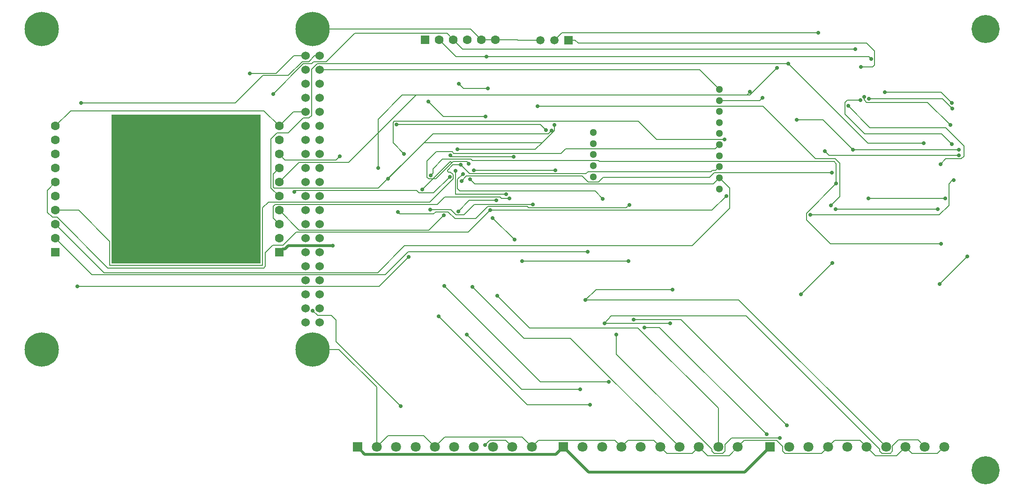
<source format=gbl>
G04*
G04 #@! TF.GenerationSoftware,Altium Limited,Altium Designer,20.0.13 (296)*
G04*
G04 Layer_Physical_Order=2*
G04 Layer_Color=16711680*
%FSLAX25Y25*%
%MOIN*%
G70*
G01*
G75*
%ADD85C,0.00800*%
%ADD86C,0.02000*%
%ADD87C,0.06000*%
%ADD88C,0.24410*%
%ADD89C,0.20000*%
%ADD90R,1.06299X1.06299*%
%ADD91C,0.06299*%
%ADD92R,0.06299X0.06299*%
%ADD93R,0.05906X0.05906*%
%ADD94C,0.05906*%
%ADD95R,0.06299X0.06299*%
%ADD96R,0.07087X0.07087*%
%ADD97C,0.07087*%
%ADD98C,0.05118*%
%ADD99C,0.02756*%
D85*
X503950Y242139D02*
X511411Y249600D01*
X503950Y242139D02*
X503962Y242126D01*
X511411Y249600D02*
X566000D01*
X612992Y242126D02*
X717717Y137402D01*
X503962Y242126D02*
X612992D01*
X621000Y388200D02*
X640354Y407554D01*
X618800Y388200D02*
X621000D01*
X373700D02*
X383600D01*
X356400Y361000D02*
X383600Y388200D01*
X335500Y340100D02*
X356400Y361000D01*
Y370900D01*
Y336000D02*
Y361000D01*
X408856Y339856D02*
X409856Y340856D01*
X397400Y328400D02*
X408856Y339856D01*
X395400Y328400D02*
X407856Y340856D01*
X387900Y320900D02*
X395400Y328400D01*
X397400D01*
X392522D02*
X395400D01*
X415122Y338378D02*
X421522Y331978D01*
X480917Y361917D02*
X481900Y362900D01*
X473100Y354100D02*
X480917Y361917D01*
X468300Y349300D02*
X473100Y354100D01*
X356600Y321700D02*
X395422Y360522D01*
X433600Y415600D02*
X705400D01*
X657100Y246100D02*
X679504Y268504D01*
X392700Y291900D02*
X403200Y302400D01*
X300187Y291900D02*
X392700D01*
X286087Y306000D02*
X300187Y291900D01*
X311300Y416000D02*
X315000D01*
X307200Y411900D02*
X311300Y416000D01*
X302600Y411900D02*
X307200D01*
X292700Y402000D02*
X302600Y411900D01*
X274400Y402000D02*
X292700D01*
X254900Y382500D02*
X274400Y402000D01*
X145200Y382500D02*
X254900D01*
X310000Y234600D02*
X313600Y231000D01*
X323200D01*
X326500Y227700D01*
Y212500D02*
Y227700D01*
Y212500D02*
X372500Y166500D01*
X648150Y410400D02*
X704850Y353700D01*
X744600D01*
X356400Y370900D02*
X373700Y388200D01*
X618800D02*
X621000Y390400D01*
X383600Y388200D02*
X618800D01*
X300187Y340100D02*
X335500D01*
X286087Y326000D02*
X300187Y340100D01*
X296087Y376000D02*
X305000D01*
X286087Y366000D02*
X296087Y376000D01*
X557087Y137402D02*
X561788Y132700D01*
X579944D01*
X584646Y137402D01*
X552388Y142100D02*
X557087Y137402D01*
X534226Y142100D02*
X552388D01*
X529528Y137402D02*
X534226Y142100D01*
X731496Y137402D02*
X736198Y132700D01*
X754354D01*
X759055Y137402D01*
X699239Y142100D02*
X703937Y137402D01*
X681076Y142100D02*
X699239D01*
X676378Y137402D02*
X681076Y142100D01*
X395875Y318375D02*
X407400Y329900D01*
X385439Y318375D02*
X395875D01*
X383714Y320100D02*
X385439Y318375D01*
X297700Y320100D02*
X383714D01*
X296800Y319200D02*
X297700Y320100D01*
X462600Y167500D02*
X507300D01*
X399700Y230400D02*
X462600Y167500D01*
X393661Y306600D02*
X408100D01*
X412000Y302700D01*
X417500D01*
X425000Y310200D01*
X466400D01*
X471861Y183800D02*
X520400D01*
X403661Y252000D02*
X471861Y183800D01*
X423661Y251300D02*
X460061Y214900D01*
X493368D01*
X570866Y137402D01*
X438000Y300400D02*
X453400Y285000D01*
X441300Y245100D02*
X464300Y222100D01*
X541300D01*
X598425Y164975D01*
Y137402D02*
Y164975D01*
X121282Y320211D02*
X127031Y325961D01*
X121282Y304518D02*
Y320211D01*
Y304518D02*
X124800Y301000D01*
X128200D01*
X164300Y264900D01*
X275200D01*
X276300Y266000D01*
Y275700D01*
X281600Y281000D01*
X288900D01*
X298272Y290372D01*
X420572D01*
X436200Y306000D01*
X407856Y340856D02*
X408856Y339856D01*
X357200Y251900D02*
X378100Y272800D01*
X142400Y251900D02*
X357200D01*
X419422Y340856D02*
X421000Y339278D01*
X409856Y340856D02*
X419422D01*
X391322Y329600D02*
X392522Y328400D01*
X391322Y329600D02*
Y341022D01*
X397978Y347678D01*
X409100D01*
X410278Y346500D01*
X486500D01*
X489800Y349800D01*
X596257D01*
X599213Y352756D01*
X421817Y328000D02*
X425055Y324762D01*
X594841D01*
X599213Y329134D01*
X424400Y334500D02*
X482531D01*
X757107Y360300D02*
X764400Y353007D01*
X702700Y360300D02*
X757107D01*
X688400Y374600D02*
X702700Y360300D01*
X688400Y374600D02*
Y382700D01*
X690100Y384400D01*
X699600D01*
X747207Y382893D02*
X763400Y366700D01*
X704000Y382893D02*
X747207D01*
X702264Y384629D02*
X704000Y382893D01*
X702264Y384629D02*
Y386831D01*
X764800Y327300D02*
X765800D01*
X762400Y324900D02*
X764800Y327300D01*
X762400Y309531D02*
Y324900D01*
X755591Y302722D02*
X762400Y309531D01*
X664023Y302722D02*
X755591D01*
X705100Y314400D02*
X759831D01*
X412878Y327978D02*
X416800Y331900D01*
X412878Y321500D02*
Y327978D01*
Y321500D02*
X414600Y319778D01*
X510720D01*
X516298Y314200D01*
X538100Y228200D02*
X571803D01*
X647203Y152800D01*
X370600Y304900D02*
X372028Y303472D01*
X395995D01*
X397423Y304900D01*
X406258D01*
X411200Y299958D01*
X425758D01*
X434500Y308700D01*
X462529D01*
X463561Y307668D01*
X532868D01*
X535100Y309900D01*
X554400Y356600D02*
X602800D01*
X541500Y369500D02*
X554400Y356600D01*
X368000Y369500D02*
X541500D01*
X367100Y368600D02*
X368000Y369500D01*
X367100Y354000D02*
Y368600D01*
Y354000D02*
X375000Y346100D01*
X740377Y142300D02*
X745276Y137402D01*
X726400Y142300D02*
X740377D01*
X722360Y138260D02*
X726400Y142300D01*
X722360Y134400D02*
Y138260D01*
X720718Y132758D02*
X722360Y134400D01*
X714742Y132758D02*
X720718D01*
X713100Y134400D02*
X714742Y132758D01*
X713100Y134400D02*
Y135800D01*
X618222Y230678D02*
X713100Y135800D01*
X522178Y230678D02*
X618222D01*
X517600Y225500D02*
X522178Y230678D01*
X517600Y225500D02*
X564100D01*
X265200Y403500D02*
X284007D01*
X296507Y416000D01*
X305000D01*
X487124Y432400D02*
X669500D01*
X481890Y427165D02*
X487124Y432400D01*
X471900Y367000D02*
X475900Y363000D01*
X369600Y367000D02*
X471900D01*
X326700Y341900D02*
X329200Y344400D01*
X290187Y341900D02*
X326700D01*
X286087Y346000D02*
X290187Y341900D01*
X481900Y362900D02*
Y366949D01*
X412920Y349300D02*
X468300D01*
X389300Y354100D02*
X473100D01*
X363700Y328500D02*
X389300Y354100D01*
X432500Y138700D02*
X435900Y142100D01*
X447270D01*
X451969Y137402D01*
X477557Y360522D02*
X479935Y362900D01*
X395422Y360522D02*
X477557D01*
X282637Y321700D02*
X356600D01*
X281837Y322500D02*
X282637Y321700D01*
X281837Y322500D02*
Y331750D01*
X286087Y336000D01*
X415761Y326900D02*
X419339Y330478D01*
X501584D01*
X505800Y326262D01*
X513162D01*
X516500Y329600D01*
X592307D01*
X595500Y332793D01*
X679127D01*
X679134Y332800D01*
X678300Y282000D02*
X756900D01*
X661050Y299250D02*
X678300Y282000D01*
X661050Y299250D02*
Y303850D01*
X682300Y325100D01*
X402900Y372800D02*
X432972D01*
X392300Y383400D02*
X402900Y372800D01*
X409843Y427559D02*
X416702Y420700D01*
X695932D01*
X413900Y396200D02*
X417200Y392900D01*
X434700D01*
X281800Y300287D02*
X286087Y296000D01*
X281800Y300287D02*
Y308850D01*
X283200Y310250D01*
X398650D01*
X403978Y315578D01*
X443078D01*
X444135Y314521D01*
X449900D01*
X699705Y408000D02*
X708100D01*
X709700Y409600D01*
Y419300D01*
X704000Y425000D02*
X709700Y419300D01*
X498800Y425000D02*
X704000D01*
X496635Y427165D02*
X498800Y425000D01*
X491890Y427165D02*
X496635D01*
X546000Y222600D02*
X556600D01*
X632800Y146400D01*
X584646Y137402D02*
X590789Y131258D01*
X606061D01*
X612205Y137402D01*
X616903Y142100D01*
X640000D01*
X644176Y137924D01*
Y134400D02*
Y137924D01*
Y134400D02*
X645817Y132758D01*
X671735D01*
X676378Y137402D01*
X608000Y143900D02*
X642321D01*
X603069Y138969D02*
X608000Y143900D01*
X603069Y134400D02*
Y138969D01*
X601427Y132758D02*
X603069Y134400D01*
X595442Y132758D02*
X601427D01*
X593800Y134400D02*
X595442Y132758D01*
X593800Y134400D02*
Y135800D01*
X526000Y203600D02*
X593800Y135800D01*
X526000Y203600D02*
Y217400D01*
X703937Y137402D02*
X710080Y131258D01*
X725353D01*
X731496Y137402D01*
X470000Y380100D02*
X630100D01*
X667500Y342700D01*
X681600D01*
X684800Y339500D01*
Y315800D02*
Y339500D01*
X678400Y309400D02*
X684800Y315800D01*
X681800Y306800D02*
X754700D01*
X672834Y370300D02*
X694134Y349000D01*
X654100Y370300D02*
X672834D01*
X413400Y305200D02*
X421300Y313100D01*
X440600D01*
X594000Y306000D02*
X604100Y316100D01*
X436200Y306000D02*
X594000D01*
X627973Y384252D02*
X629921Y386200D01*
X599213Y384252D02*
X627973D01*
X280337Y321750D02*
X286087Y316000D01*
X280337Y321750D02*
Y356937D01*
X284400Y361000D01*
X292400D01*
X303100Y371700D01*
X307200D01*
X309100Y373600D01*
Y406400D01*
X313100Y410400D01*
X648150D01*
X756000Y253600D02*
X775600Y273200D01*
X419600Y217400D02*
X458400Y178600D01*
X500300D01*
X281800Y388900D02*
X303300Y410400D01*
X309100D01*
X310600Y411900D01*
X319700D01*
X339800Y432000D01*
X405402D01*
X409843Y427559D01*
X127031Y285961D02*
X152892Y260100D01*
X361500D01*
X377800Y276400D01*
X505700D01*
X127031Y305961D02*
X143500D01*
X165700Y283761D01*
Y266700D02*
Y283761D01*
Y266700D02*
X274300D01*
Y307650D01*
X278400Y311750D01*
X393050D01*
X409878Y328578D01*
Y331376D01*
X408000Y333254D02*
X409878Y331376D01*
X406400Y333254D02*
X408000D01*
X405822Y333832D02*
X406400Y333254D01*
X405822Y333832D02*
Y334522D01*
X409600Y338300D01*
X415100D01*
X407800Y345200D02*
X409000Y344000D01*
X452900D01*
X705623Y385600D02*
X757900D01*
X764900Y378600D01*
X694134Y349000D02*
X769678D01*
X716800Y390200D02*
X756900D01*
X764500Y382600D01*
X690900Y380300D02*
X706300Y364900D01*
X760126D01*
X773078Y351948D01*
Y344500D02*
Y351948D01*
X771200Y342622D02*
X773078Y344500D01*
X760222Y342622D02*
X771200D01*
X756500Y338900D02*
X760222Y342622D01*
X677134Y345100D02*
X769600D01*
X674134Y348100D02*
X677134Y345100D01*
X411378Y317600D02*
Y334222D01*
Y317600D02*
X411678Y317300D01*
X447400D01*
X458900Y269700D02*
X534500D01*
X682300Y325100D02*
Y339200D01*
X680800Y340700D02*
X682300Y339200D01*
X513900Y340700D02*
X680800D01*
X513100Y341500D02*
X513900Y340700D01*
X423478Y341500D02*
X513100D01*
X422622Y342356D02*
X423478Y341500D01*
X402327Y342356D02*
X422622D01*
X395400Y335429D02*
X402327Y342356D01*
X395400Y332506D02*
Y335429D01*
X393800Y330906D02*
X395400Y332506D01*
X596498Y334293D02*
X599213Y337008D01*
X594053Y334293D02*
X596498D01*
X593360Y333600D02*
X594053Y334293D01*
X505800Y333600D02*
X593360D01*
X504178Y331978D02*
X505800Y333600D01*
X421522Y331978D02*
X504178D01*
X599213Y329134D02*
X606600Y321746D01*
Y307500D02*
Y321746D01*
X579800Y280700D02*
X606600Y307500D01*
X375139Y280700D02*
X579800D01*
X356039Y261600D02*
X375139Y280700D01*
X161392Y261600D02*
X356039D01*
X127031Y295961D02*
X161392Y261600D01*
X275337Y376750D02*
X286087Y366000D01*
X137820Y376750D02*
X275337D01*
X127031Y365961D02*
X137820Y376750D01*
X399843Y427559D02*
X411802Y415600D01*
X433600D01*
X355512Y137402D02*
Y180015D01*
X328700Y206827D02*
X355512Y180015D01*
X310000Y206827D02*
X328700D01*
X705400Y415600D02*
X707200Y413800D01*
X310000Y435173D02*
X422228D01*
X429843Y427559D01*
X458850Y144300D02*
X465748Y137402D01*
X403749Y144300D02*
X458850D01*
X396850Y137402D02*
X403749Y144300D01*
X315000Y406000D02*
X585339D01*
X599213Y392126D01*
X524829Y142100D02*
X529528Y137402D01*
X470446Y142100D02*
X524829D01*
X465748Y137402D02*
X470446Y142100D01*
X388852Y145400D02*
X396850Y137402D01*
X363510Y145400D02*
X388852D01*
X355512Y137402D02*
X363510Y145400D01*
X455994Y427165D02*
X471890D01*
X455600Y427559D02*
X455994Y427165D01*
X439843Y427559D02*
X455600D01*
X429843D02*
X439843D01*
D86*
X341732Y137402D02*
X347034Y132100D01*
X482887D01*
X488189Y137402D01*
X286087Y276000D02*
X288526Y278440D01*
X290176D01*
X292436Y280700D01*
X324100D01*
X617138Y119500D02*
X635039Y137402D01*
X506091Y119500D02*
X617138D01*
X488189Y137402D02*
X506091Y119500D01*
D87*
X315000Y226000D02*
D03*
Y236000D02*
D03*
Y246000D02*
D03*
Y256000D02*
D03*
Y266000D02*
D03*
Y276000D02*
D03*
X305000Y226000D02*
D03*
Y236000D02*
D03*
Y246000D02*
D03*
Y256000D02*
D03*
Y266000D02*
D03*
Y276000D02*
D03*
X315000Y286000D02*
D03*
X305000D02*
D03*
X315000Y296000D02*
D03*
Y306000D02*
D03*
Y316000D02*
D03*
Y326000D02*
D03*
Y336000D02*
D03*
Y346000D02*
D03*
X305000Y296000D02*
D03*
Y306000D02*
D03*
Y316000D02*
D03*
Y326000D02*
D03*
Y336000D02*
D03*
Y346000D02*
D03*
X315000Y356000D02*
D03*
X305000D02*
D03*
X315000Y366000D02*
D03*
Y376000D02*
D03*
Y386000D02*
D03*
Y396000D02*
D03*
Y406000D02*
D03*
Y416000D02*
D03*
X305000Y366000D02*
D03*
Y376000D02*
D03*
Y386000D02*
D03*
Y396000D02*
D03*
Y406000D02*
D03*
Y416000D02*
D03*
D88*
X310000Y435173D02*
D03*
Y206827D02*
D03*
X117087D02*
D03*
Y435173D02*
D03*
D89*
X788583D02*
D03*
Y120866D02*
D03*
D90*
X220000Y321000D02*
D03*
D91*
X419843Y427559D02*
D03*
X399843D02*
D03*
X409843D02*
D03*
X429843D02*
D03*
X439843D02*
D03*
X286087Y366000D02*
D03*
Y356000D02*
D03*
Y326000D02*
D03*
Y306000D02*
D03*
Y286000D02*
D03*
Y296000D02*
D03*
Y316000D02*
D03*
Y336000D02*
D03*
Y346000D02*
D03*
X127031Y365961D02*
D03*
Y355961D02*
D03*
Y325961D02*
D03*
Y305961D02*
D03*
Y285961D02*
D03*
Y295961D02*
D03*
Y315961D02*
D03*
Y335961D02*
D03*
Y345961D02*
D03*
D92*
X389843Y427559D02*
D03*
D93*
X491890Y427165D02*
D03*
D94*
X481890D02*
D03*
X471890D02*
D03*
D95*
X286087Y276000D02*
D03*
X127031Y275961D02*
D03*
D96*
X635039Y137402D02*
D03*
X488189D02*
D03*
X341732D02*
D03*
D97*
X648819D02*
D03*
X662598D02*
D03*
X676378D02*
D03*
X690157D02*
D03*
X703937D02*
D03*
X717717D02*
D03*
X731496D02*
D03*
X745276D02*
D03*
X759055D02*
D03*
X501969D02*
D03*
X515748D02*
D03*
X529528D02*
D03*
X543307D02*
D03*
X557087D02*
D03*
X570866D02*
D03*
X584646D02*
D03*
X598425D02*
D03*
X612205D02*
D03*
X355512D02*
D03*
X369291D02*
D03*
X383071D02*
D03*
X396850D02*
D03*
X410630D02*
D03*
X424409D02*
D03*
X438189D02*
D03*
X451969D02*
D03*
X465748D02*
D03*
D98*
X509449Y361417D02*
D03*
Y353543D02*
D03*
Y345669D02*
D03*
Y337795D02*
D03*
Y329921D02*
D03*
X599213Y321260D02*
D03*
Y329134D02*
D03*
Y337008D02*
D03*
Y344882D02*
D03*
Y352756D02*
D03*
Y360630D02*
D03*
Y368504D02*
D03*
Y376378D02*
D03*
Y384252D02*
D03*
Y392126D02*
D03*
D99*
X503937Y242126D02*
D03*
X679504Y268504D02*
D03*
X657100Y246100D02*
D03*
X403200Y302400D02*
D03*
X145200Y382500D02*
D03*
X310000Y234600D02*
D03*
X372500Y166500D02*
D03*
X648150Y410400D02*
D03*
X744600Y353700D02*
D03*
X640354Y407554D02*
D03*
X356400Y336000D02*
D03*
X621000Y390400D02*
D03*
X407400Y329900D02*
D03*
X296800Y319200D02*
D03*
X507300Y167500D02*
D03*
X399700Y230400D02*
D03*
X393661Y306600D02*
D03*
X466400Y310200D02*
D03*
X520400Y183800D02*
D03*
X403661Y252000D02*
D03*
X423661Y251300D02*
D03*
X453400Y285000D02*
D03*
X438000Y300400D02*
D03*
X441300Y245100D02*
D03*
X436200Y306000D02*
D03*
X387900Y320900D02*
D03*
X378100Y272800D02*
D03*
X142400Y251900D02*
D03*
X421000Y339278D02*
D03*
X421817Y328000D02*
D03*
X482531Y334500D02*
D03*
X424400D02*
D03*
X764400Y353007D02*
D03*
X699600Y384400D02*
D03*
X763400Y366700D02*
D03*
X702264Y386831D02*
D03*
X765800Y327300D02*
D03*
X664023Y302722D02*
D03*
X759831Y314400D02*
D03*
X705100D02*
D03*
X416800Y331900D02*
D03*
X516298Y314200D02*
D03*
X538100Y228200D02*
D03*
X647203Y152800D02*
D03*
X370600Y304900D02*
D03*
X535100Y309900D02*
D03*
X566000Y249600D02*
D03*
X602800Y356600D02*
D03*
X375000Y346100D02*
D03*
X564100Y225500D02*
D03*
X517600D02*
D03*
X265200Y403500D02*
D03*
X669500Y432400D02*
D03*
X475900Y363000D02*
D03*
X369600Y367000D02*
D03*
X329200Y344400D02*
D03*
X481900Y366949D02*
D03*
X412920Y349300D02*
D03*
X363700Y328500D02*
D03*
X432500Y138700D02*
D03*
X479935Y362900D02*
D03*
X415761Y326900D02*
D03*
X679134Y332800D02*
D03*
X756900Y282000D02*
D03*
X682300Y325100D02*
D03*
X432972Y372800D02*
D03*
X392300Y383400D02*
D03*
X695932Y420700D02*
D03*
X413900Y396200D02*
D03*
X434700Y392900D02*
D03*
X449900Y314521D02*
D03*
X699705Y408000D02*
D03*
X546000Y222600D02*
D03*
X632800Y146400D02*
D03*
X642321Y143900D02*
D03*
X526000Y217400D02*
D03*
X470000Y380100D02*
D03*
X678400Y309400D02*
D03*
X681800Y306800D02*
D03*
X754700D02*
D03*
X694134Y349000D02*
D03*
X654100Y370300D02*
D03*
X413400Y305200D02*
D03*
X440600Y313100D02*
D03*
X604100Y316100D02*
D03*
X629921Y386200D02*
D03*
X775600Y273200D02*
D03*
X756000Y253600D02*
D03*
X419600Y217400D02*
D03*
X500300Y178600D02*
D03*
X281800Y388900D02*
D03*
X505700Y276400D02*
D03*
X407800Y345200D02*
D03*
X452900Y344000D02*
D03*
X705623Y385600D02*
D03*
X764900Y378600D02*
D03*
X769678Y349000D02*
D03*
X716800Y390200D02*
D03*
X764500Y382600D02*
D03*
X690900Y380300D02*
D03*
X756500Y338900D02*
D03*
X769600Y345100D02*
D03*
X674134Y348100D02*
D03*
X411378Y334222D02*
D03*
X447400Y317300D02*
D03*
X458900Y269700D02*
D03*
X534500D02*
D03*
X393800Y330906D02*
D03*
X415122Y338378D02*
D03*
X433600Y415600D02*
D03*
X707200Y413800D02*
D03*
X324100Y280700D02*
D03*
M02*

</source>
